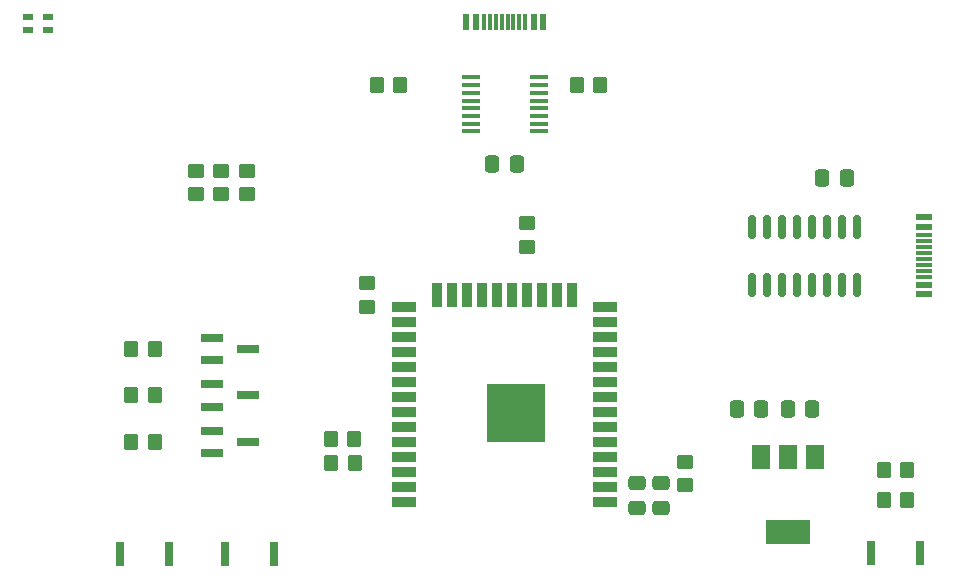
<source format=gtp>
%TF.GenerationSoftware,KiCad,Pcbnew,(6.0.1)*%
%TF.CreationDate,2022-03-17T16:13:42+01:00*%
%TF.ProjectId,Control,436f6e74-726f-46c2-9e6b-696361645f70,v01*%
%TF.SameCoordinates,Original*%
%TF.FileFunction,Paste,Top*%
%TF.FilePolarity,Positive*%
%FSLAX46Y46*%
G04 Gerber Fmt 4.6, Leading zero omitted, Abs format (unit mm)*
G04 Created by KiCad (PCBNEW (6.0.1)) date 2022-03-17 16:13:42*
%MOMM*%
%LPD*%
G01*
G04 APERTURE LIST*
G04 Aperture macros list*
%AMRoundRect*
0 Rectangle with rounded corners*
0 $1 Rounding radius*
0 $2 $3 $4 $5 $6 $7 $8 $9 X,Y pos of 4 corners*
0 Add a 4 corners polygon primitive as box body*
4,1,4,$2,$3,$4,$5,$6,$7,$8,$9,$2,$3,0*
0 Add four circle primitives for the rounded corners*
1,1,$1+$1,$2,$3*
1,1,$1+$1,$4,$5*
1,1,$1+$1,$6,$7*
1,1,$1+$1,$8,$9*
0 Add four rect primitives between the rounded corners*
20,1,$1+$1,$2,$3,$4,$5,0*
20,1,$1+$1,$4,$5,$6,$7,0*
20,1,$1+$1,$6,$7,$8,$9,0*
20,1,$1+$1,$8,$9,$2,$3,0*%
G04 Aperture macros list end*
%ADD10R,1.450000X0.600000*%
%ADD11R,1.450000X0.300000*%
%ADD12RoundRect,0.249999X-0.350001X-0.450001X0.350001X-0.450001X0.350001X0.450001X-0.350001X0.450001X0*%
%ADD13R,1.900000X0.800000*%
%ADD14RoundRect,0.249999X0.350001X0.450001X-0.350001X0.450001X-0.350001X-0.450001X0.350001X-0.450001X0*%
%ADD15R,0.800000X2.000000*%
%ADD16R,0.600000X1.450000*%
%ADD17R,0.300000X1.450000*%
%ADD18RoundRect,0.150000X-0.150000X0.825000X-0.150000X-0.825000X0.150000X-0.825000X0.150000X0.825000X0*%
%ADD19RoundRect,0.249999X-0.450001X0.350001X-0.450001X-0.350001X0.450001X-0.350001X0.450001X0.350001X0*%
%ADD20RoundRect,0.250000X-0.475000X0.337500X-0.475000X-0.337500X0.475000X-0.337500X0.475000X0.337500X0*%
%ADD21RoundRect,0.250000X0.350000X0.450000X-0.350000X0.450000X-0.350000X-0.450000X0.350000X-0.450000X0*%
%ADD22R,2.000000X0.900000*%
%ADD23R,0.900000X2.000000*%
%ADD24R,5.000000X5.000000*%
%ADD25RoundRect,0.250000X-0.450000X0.350000X-0.450000X-0.350000X0.450000X-0.350000X0.450000X0.350000X0*%
%ADD26R,1.500000X2.000000*%
%ADD27R,3.800000X2.000000*%
%ADD28R,1.570000X0.410000*%
%ADD29RoundRect,0.250000X0.337500X0.475000X-0.337500X0.475000X-0.337500X-0.475000X0.337500X-0.475000X0*%
%ADD30RoundRect,0.250000X-0.337500X-0.475000X0.337500X-0.475000X0.337500X0.475000X-0.337500X0.475000X0*%
%ADD31R,0.850000X0.550000*%
%ADD32RoundRect,0.250000X-0.350000X-0.450000X0.350000X-0.450000X0.350000X0.450000X-0.350000X0.450000X0*%
G04 APERTURE END LIST*
D10*
%TO.C,J7*%
X182865000Y-104977000D03*
X182865000Y-104177000D03*
D11*
X182865000Y-102977000D03*
X182865000Y-101977000D03*
X182865000Y-101477000D03*
X182865000Y-100477000D03*
D10*
X182865000Y-98477000D03*
X182865000Y-99277000D03*
D11*
X182865000Y-99977000D03*
X182865000Y-100977000D03*
X182865000Y-102477000D03*
X182865000Y-103477000D03*
%TD*%
D12*
%TO.C,R4*%
X179399000Y-119888000D03*
X181399000Y-119888000D03*
%TD*%
D13*
%TO.C,Q1*%
X122579000Y-116525000D03*
X122579000Y-118425000D03*
X125579000Y-117475000D03*
%TD*%
D14*
%TO.C,R3*%
X117713000Y-117475000D03*
X115713000Y-117475000D03*
%TD*%
D12*
%TO.C,R5*%
X179399000Y-122428000D03*
X181399000Y-122428000D03*
%TD*%
D15*
%TO.C,SW1*%
X178299000Y-126873000D03*
X182499000Y-126873000D03*
%TD*%
%TO.C,SW2*%
X114740000Y-127000000D03*
X118940000Y-127000000D03*
%TD*%
D16*
%TO.C,J8*%
X150570000Y-81930000D03*
X149770000Y-81930000D03*
D17*
X148570000Y-81930000D03*
X147570000Y-81930000D03*
X147070000Y-81930000D03*
X146070000Y-81930000D03*
D16*
X144070000Y-81930000D03*
X144870000Y-81930000D03*
D17*
X145570000Y-81930000D03*
X146570000Y-81930000D03*
X148070000Y-81930000D03*
X149070000Y-81930000D03*
%TD*%
D18*
%TO.C,U4*%
X177165000Y-99252000D03*
X175895000Y-99252000D03*
X174625000Y-99252000D03*
X173355000Y-99252000D03*
X172085000Y-99252000D03*
X170815000Y-99252000D03*
X169545000Y-99252000D03*
X168275000Y-99252000D03*
X168275000Y-104202000D03*
X169545000Y-104202000D03*
X170815000Y-104202000D03*
X172085000Y-104202000D03*
X173355000Y-104202000D03*
X174625000Y-104202000D03*
X175895000Y-104202000D03*
X177165000Y-104202000D03*
%TD*%
D12*
%TO.C,R11*%
X132604000Y-117221000D03*
X134604000Y-117221000D03*
%TD*%
D19*
%TO.C,R2*%
X162560000Y-119142000D03*
X162560000Y-121142000D03*
%TD*%
D20*
%TO.C,C2*%
X160528000Y-120962500D03*
X160528000Y-123037500D03*
%TD*%
D21*
%TO.C,R7*%
X155432000Y-87249000D03*
X153432000Y-87249000D03*
%TD*%
D22*
%TO.C,U1*%
X155820000Y-122555000D03*
X155820000Y-121285000D03*
X155820000Y-120015000D03*
X155820000Y-118745000D03*
X155820000Y-117475000D03*
X155820000Y-116205000D03*
X155820000Y-114935000D03*
X155820000Y-113665000D03*
X155820000Y-112395000D03*
X155820000Y-111125000D03*
X155820000Y-109855000D03*
X155820000Y-108585000D03*
X155820000Y-107315000D03*
X155820000Y-106045000D03*
D23*
X153035000Y-105045000D03*
X151765000Y-105045000D03*
X150495000Y-105045000D03*
X149225000Y-105045000D03*
X147955000Y-105045000D03*
X146685000Y-105045000D03*
X145415000Y-105045000D03*
X144145000Y-105045000D03*
X142875000Y-105045000D03*
X141605000Y-105045000D03*
D22*
X138820000Y-106045000D03*
X138820000Y-107315000D03*
X138820000Y-108585000D03*
X138820000Y-109855000D03*
X138820000Y-111125000D03*
X138820000Y-112395000D03*
X138820000Y-113665000D03*
X138820000Y-114935000D03*
X138820000Y-116205000D03*
X138820000Y-117475000D03*
X138820000Y-118745000D03*
X138820000Y-120015000D03*
X138820000Y-121285000D03*
X138820000Y-122555000D03*
D24*
X148320000Y-115055000D03*
%TD*%
D25*
%TO.C,R14*%
X121158000Y-94504000D03*
X121158000Y-96504000D03*
%TD*%
D26*
%TO.C,U5*%
X173601500Y-118770000D03*
X171301500Y-118770000D03*
X169001500Y-118770000D03*
D27*
X171301500Y-125070000D03*
%TD*%
D25*
%TO.C,R15*%
X149225000Y-98949000D03*
X149225000Y-100949000D03*
%TD*%
D28*
%TO.C,U2*%
X144450000Y-86625000D03*
X144450000Y-87275000D03*
X144450000Y-87925000D03*
X144450000Y-88575000D03*
X144450000Y-89225000D03*
X144450000Y-89875000D03*
X144450000Y-90525000D03*
X144450000Y-91175000D03*
X150190000Y-91175000D03*
X150190000Y-90525000D03*
X150190000Y-89875000D03*
X150190000Y-89225000D03*
X150190000Y-88575000D03*
X150190000Y-87925000D03*
X150190000Y-87275000D03*
X150190000Y-86625000D03*
%TD*%
D29*
%TO.C,C10*%
X169037000Y-114681000D03*
X166962000Y-114681000D03*
%TD*%
D21*
%TO.C,R12*%
X117713000Y-113538000D03*
X115713000Y-113538000D03*
%TD*%
D20*
%TO.C,C7*%
X158496000Y-120962500D03*
X158496000Y-123037500D03*
%TD*%
D25*
%TO.C,R13*%
X135636000Y-104029000D03*
X135636000Y-106029000D03*
%TD*%
D29*
%TO.C,C3*%
X148357500Y-93980000D03*
X146282500Y-93980000D03*
%TD*%
D30*
%TO.C,C11*%
X171280000Y-114681000D03*
X173355000Y-114681000D03*
%TD*%
D31*
%TO.C,D1*%
X106948000Y-81517000D03*
X108698000Y-81517000D03*
X108698000Y-82567000D03*
X106948000Y-82567000D03*
%TD*%
D30*
%TO.C,C4*%
X174222500Y-95123000D03*
X176297500Y-95123000D03*
%TD*%
D13*
%TO.C,Q3*%
X122579000Y-108651000D03*
X122579000Y-110551000D03*
X125579000Y-109601000D03*
%TD*%
%TO.C,Q2*%
X122579000Y-112588000D03*
X122579000Y-114488000D03*
X125579000Y-113538000D03*
%TD*%
D32*
%TO.C,R16*%
X132620000Y-119253000D03*
X134620000Y-119253000D03*
%TD*%
D25*
%TO.C,R6*%
X123317000Y-94504000D03*
X123317000Y-96504000D03*
%TD*%
D21*
%TO.C,R9*%
X138500000Y-87250000D03*
X136500000Y-87250000D03*
%TD*%
D25*
%TO.C,R1*%
X125476000Y-94504000D03*
X125476000Y-96504000D03*
%TD*%
D32*
%TO.C,R8*%
X115713000Y-109601000D03*
X117713000Y-109601000D03*
%TD*%
D15*
%TO.C,SW3*%
X127830000Y-127000000D03*
X123630000Y-127000000D03*
%TD*%
M02*

</source>
